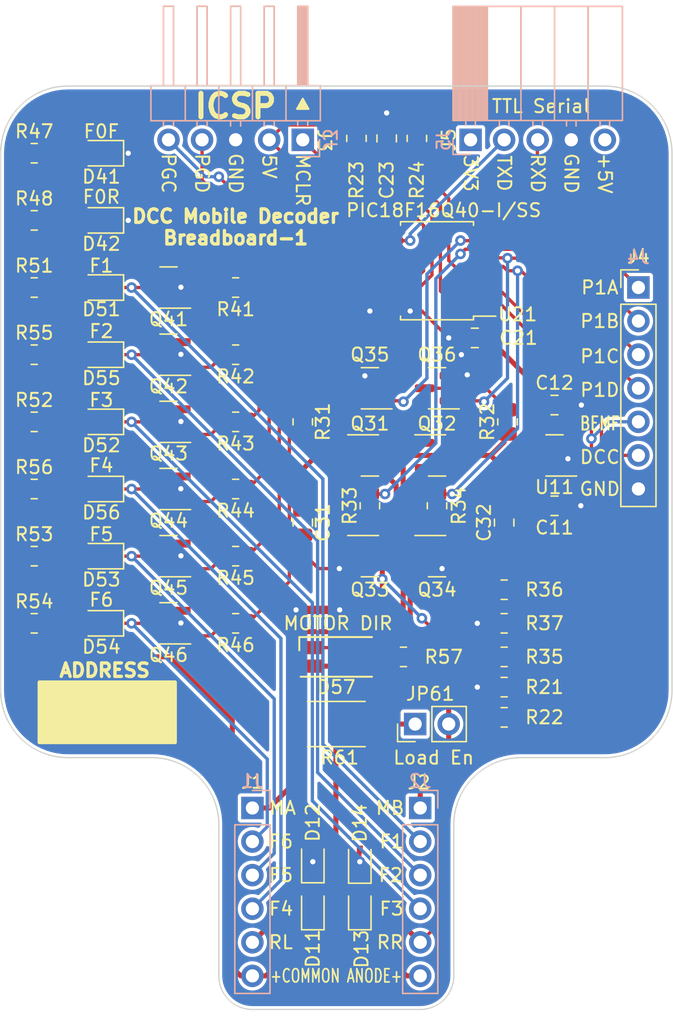
<source format=kicad_pcb>
(kicad_pcb (version 20211014) (generator pcbnew)
  (layers (0 "F.Cu" signal) (31 "B.Cu" signal) (34 "B.Paste" user) (35 "F.Paste" user) (36 "B.SilkS" user "B.Silkscreen") (37 "F.SilkS" user "F.Silkscreen") (38 "B.Mask" user) (39 "F.Mask" user) (44 "Edge.Cuts" user))
  (net 0 "")
  (net 1 "Vdrive")
  (net 2 "+5V")
  (net 3 "MCLR")
  (net 4 "MOT_A")
  (net 5 "MOT_B")
  (net 6 "RAIL_L")
  (net 7 "RAIL_R")
  (net 8 "F1_SP")
  (net 9 "Net-(D41-Pad2)")
  (net 10 "F2_SP")
  (net 11 "Net-(D42-Pad2)")
  (net 12 "F3_SP")
  (net 13 "Net-(D51-Pad2)")
  (net 14 "F4_SP")
  (net 15 "GND")
  (net 16 "Net-(D52-Pad2)")
  (net 17 "F5_SP")
  (net 18 "Net-(D53-Pad2)")
  (net 19 "F6_SP")
  (net 20 "Net-(D54-Pad2)")
  (net 21 "Net-(D55-Pad2)")
  (net 22 "PGD{slash}F5")
  (net 23 "PGC{slash}F6")
  (net 24 "P1A")
  (net 25 "P1B")
  (net 26 "BackEMF")
  (net 27 "F0F")
  (net 28 "F1")
  (net 29 "F2")
  (net 30 "F3")
  (net 31 "F0R")
  (net 32 "F4")
  (net 33 "Net-(D56-Pad2)")
  (net 34 "Net-(D57-Pad1)")
  (net 35 "TXD")
  (net 36 "DCC_IN")
  (net 37 "RXD")
  (net 40 "Net-(C23-Pad2)")
  (net 41 "P1C")
  (net 42 "P1D")
  (net 43 "Net-(Q31-Pad1)")
  (net 44 "Net-(Q32-Pad1)")
  (net 45 "Net-(Q33-Pad1)")
  (net 46 "Net-(Q34-Pad1)")
  (net 47 "Net-(Q41-Pad1)")
  (net 48 "Net-(Q42-Pad1)")
  (net 49 "Net-(Q43-Pad1)")
  (net 50 "Net-(Q44-Pad1)")
  (net 51 "Net-(Q45-Pad1)")
  (net 52 "Net-(Q46-Pad1)")
  (net 54 "Net-(JP61-Pad1)")
  (footprint "Diode_SMD:D_SOD-323" (layer "F.Cu") (at 77.978 109.601 90)
    (fp_text reference "D14")
    (fp_text value "B5819WS")
  )
  (footprint "Resistor_SMD:R_0805_2012Metric" (layer "F.Cu") (at 68.58 66.04 180)
    (fp_text reference "R41")
    (fp_text value "220")
  )
  (footprint "Package_TO_SOT_SMD:SOT-23" (layer "F.Cu") (at 78.74 78.74)
    (fp_text reference "Q31")
    (fp_text value "NCE2309")
  )
  (footprint "Connector_PinHeader_2.54mm:PinHeader_1x07_P2.54mm_Vertical" (layer "F.Cu") (at 99.06 66.035)
    (fp_text reference "J4")
    (fp_text value "Oscilloscope")
  )
  (footprint "Capacitor_SMD:C_0805_2012Metric" (layer "F.Cu") (at 86.68 69.85)
    (fp_text reference "C21")
    (fp_text value "100nF")
  )
  (footprint "Package_TO_SOT_SMD:SOT-23" (layer "F.Cu") (at 63.5 81.28 180)
    (fp_text reference "Q44")
    (fp_text value "2N7002K")
  )
  (footprint "Package_TO_SOT_SMD:SOT-23" (layer "F.Cu") (at 83.82 78.74)
    (fp_text reference "Q32")
    (fp_text value "NCE2309")
  )
  (footprint "Resistor_SMD:R_0805_2012Metric" (layer "F.Cu") (at 82.296 54.7605 -90)
    (fp_text reference "R24")
    (fp_text value "220")
  )
  (footprint "Resistor_SMD:R_0805_2012Metric" (layer "F.Cu") (at 53.34 71.12)
    (fp_text reference "R55")
    (fp_text value "1K3")
  )
  (footprint "Resistor_SMD:R_0805_2012Metric" (layer "F.Cu") (at 78.74 82.55 -90)
    (fp_text reference "R33")
    (fp_text value "220")
  )
  (footprint "Resistor_SMD:R_0805_2012Metric" (layer "F.Cu") (at 88.9 91.44)
    (fp_text reference "R37")
    (fp_text value "1K3")
  )
  (footprint "Resistor_SMD:R_0805_2012Metric" (layer "F.Cu") (at 53.34 55.88)
    (fp_text reference "R47")
    (fp_text value "470")
  )
  (footprint "Connector_PinHeader_2.54mm:PinHeader_1x02_P2.54mm_Vertical" (layer "F.Cu") (at 82.164 99.06 90)
    (fp_text reference "JP61")
    (fp_text value "Load En")
  )
  (footprint "Resistor_SMD:R_0805_2012Metric" (layer "F.Cu") (at 68.58 81.28 180)
    (fp_text reference "R44")
    (fp_text value "220")
  )
  (footprint "LED_SMD:LED_0805_2012Metric" (layer "F.Cu") (at 58.42 66.04 180)
    (fp_text reference "D51")
    (fp_text value "F1")
  )
  (footprint "Capacitor_SMD:C_0805_2012Metric" (layer "F.Cu") (at 92.71 74.93)
    (fp_text reference "C12")
    (fp_text value "10uF")
  )
  (footprint "Resistor_SMD:R_2512_6332Metric" (layer "F.Cu") (at 76.2 99.06)
    (fp_text reference "R61")
    (fp_text value "100")
  )
  (footprint "Package_TO_SOT_SMD:SOT-23" (layer "F.Cu") (at 63.5 66.04 180)
    (fp_text reference "Q41")
    (fp_text value "2N7002K")
  )
  (footprint "Package_TO_SOT_SMD:SOT-23" (layer "F.Cu") (at 92.71 78.74 180)
    (fp_text reference "U11")
    (fp_text value "ME6203A50M3G")
  )
  (footprint "Resistor_SMD:R_0805_2012Metric" (layer "F.Cu") (at 88.9 96.266 180)
    (fp_text reference "R21")
    (fp_text value "1K3")
  )
  (footprint "Resistor_SMD:R_0805_2012Metric" (layer "F.Cu") (at 68.58 71.12 180)
    (fp_text reference "R42")
    (fp_text value "220")
  )
  (footprint "Resistor_SMD:R_0805_2012Metric" (layer "F.Cu") (at 68.58 86.36 180)
    (fp_text reference "R45")
    (fp_text value "220")
  )
  (footprint "Diode_SMD:D_SOD-323" (layer "F.Cu") (at 74.422 109.567 90)
    (fp_text reference "D12")
    (fp_text value "B5819WS")
  )
  (footprint "Resistor_SMD:R_0805_2012Metric" (layer "F.Cu") (at 53.34 91.44)
    (fp_text reference "R54")
    (fp_text value "1K3")
  )
  (footprint "LED_SMD:LED_RGB_1210" (layer "F.Cu") (at 76.2 93.98)
    (fp_text reference "D57")
    (fp_text value "MOTOR DIR")
  )
  (footprint "Capacitor_SMD:C_0805_2012Metric" (layer "F.Cu") (at 80.01 54.7605 -90)
    (fp_text reference "C23")
    (fp_text value "100nF")
  )
  (footprint "Resistor_SMD:R_0805_2012Metric" (layer "F.Cu") (at 53.34 76.2)
    (fp_text reference "R52")
    (fp_text value "1K3")
  )
  (footprint "Diode_SMD:D_SOD-323" (layer "F.Cu") (at 74.422 113.123 90)
    (fp_text reference "D11")
    (fp_text value "B5819WS")
  )
  (footprint "LED_SMD:LED_0805_2012Metric" (layer "F.Cu") (at 58.42 91.44 180)
    (fp_text reference "D54")
    (fp_text value "F6")
  )
  (footprint "Package_TO_SOT_SMD:SOT-23" (layer "F.Cu") (at 83.82 86.36)
    (fp_text reference "Q34")
    (fp_text value "DMN6140L-7")
  )
  (footprint "Resistor_SMD:R_0805_2012Metric" (layer "F.Cu") (at 53.34 86.36)
    (fp_text reference "R53")
    (fp_text value "1K3")
  )
  (footprint "Package_SO:SSOP-20_5.3x7.2mm_P0.65mm" (layer "F.Cu") (at 83.82 64.77 180)
    (fp_text reference "U21")
    (fp_text value "PIC18F16Q40-I/SS")
  )
  (footprint "LED_SMD:LED_0805_2012Metric" (layer "F.Cu") (at 58.42 81.28 180)
    (fp_text reference "D56")
    (fp_text value "F4")
  )
  (footprint "Package_TO_SOT_SMD:SOT-23" (layer "F.Cu") (at 63.5 76.2 180)
    (fp_text reference "Q43")
    (fp_text value "2N7002K")
  )
  (footprint "Resistor_SMD:R_0805_2012Metric" (layer "F.Cu") (at 68.58 76.2 180)
    (fp_text reference "R43")
    (fp_text value "220")
  )
  (footprint "Resistor_SMD:R_0805_2012Metric" (layer "F.Cu") (at 53.34 81.28)
    (fp_text reference "R56")
    (fp_text value "1K3")
  )
  (footprint "Package_TO_SOT_SMD:SOT-23" (layer "F.Cu") (at 78.74 73.66 180)
    (fp_text reference "Q35")
    (fp_text value "DTC143ZCA")
  )
  (footprint "Resistor_SMD:R_0805_2012Metric" (layer "F.Cu") (at 77.724 54.7605 -90)
    (fp_text reference "R23")
    (fp_text value "10K")
  )
  (footprint "LED_SMD:LED_0805_2012Metric" (layer "F.Cu") (at 58.42 71.12 180)
    (fp_text reference "D55")
    (fp_text value "F2")
  )
  (footprint "Capacitor_SMD:C_0805_2012Metric" (layer "F.Cu") (at 92.71 82.55)
    (fp_text reference "C11")
    (fp_text value "10uF")
  )
  (footprint "LED_SMD:LED_0805_2012Metric" (layer "F.Cu") (at 58.42 86.36 180)
    (fp_text reference "D53")
    (fp_text value "F5")
  )
  (footprint "Resistor_SMD:R_0805_2012Metric" (layer "F.Cu") (at 81.28 93.98)
    (fp_text reference "R57")
    (fp_text value "1K3")
  )
  (footprint "Package_TO_SOT_SMD:SOT-23" (layer "F.Cu") (at 63.5 91.44 180)
    (fp_text reference "Q46")
    (fp_text value "2N7002K")
  )
  (footprint "Capacitor_SMD:C_0805_2012Metric" (layer "F.Cu") (at 88.9 83.82 90)
    (fp_text reference "C32")
    (fp_text value "1uF")
  )
  (footprint "LED_SMD:LED_0805_2012Metric" (layer "F.Cu") (at 58.42 55.88 180)
    (fp_text reference "D41")
    (fp_text value "F0F")
  )
  (footprint "Resistor_SMD:R_0805_2012Metric" (layer "F.Cu") (at 53.34 66.04)
    (fp_text reference "R51")
    (fp_text value "1K3")
  )
  (footprint "Resistor_SMD:R_0805_2012Metric" (layer "F.Cu") (at 89.154 76.2 -90)
    (fp_text reference "R32")
    (fp_text value "10K")
  )
  (footprint "Resistor_SMD:R_0805_2012Metric" (layer "F.Cu") (at 88.9 88.9 180)
    (fp_text reference "R36")
    (fp_text value "6K6")
  )
  (footprint "Resistor_SMD:R_0805_2012Metric" (layer "F.Cu") (at 88.9 98.552)
    (fp_text reference "R22")
    (fp_text value "6K6")
  )
  (footprint "Capacitor_SMD:C_0805_2012Metric" (layer "F.Cu") (at 73.66 83.82 90)
    (fp_text reference "C31")
    (fp_text value "100nF")
  )
  (footprint "Package_TO_SOT_SMD:SOT-23" (layer "F.Cu") (at 63.5 86.36 180)
    (fp_text reference "Q45")
    (fp_text value "2N7002K")
  )
  (footprint "Diode_SMD:D_SOD-323" (layer "F.Cu") (at 77.978 113.123 90)
    (fp_text reference "D13")
    (fp_text value "B5819WS")
  )
  (footprint "Resistor_SMD:R_0805_2012Metric" (layer "F.Cu") (at 83.82 82.55 90)
    (fp_text reference "R34")
    (fp_text value "220")
  )
  (footprint "LED_SMD:LED_0805_2012Metric" (layer "F.Cu") (at 58.42 60.96 180)
    (fp_text reference "D42")
    (fp_text value "F0R")
  )
  (footprint "Package_TO_SOT_SMD:SOT-23" (layer "F.Cu") (at 78.74 86.36)
    (fp_text reference "Q33")
    (fp_text value "DMN6140L-7")
  )
  (footprint "Resistor_SMD:R_0805_2012Metric" (layer "F.Cu") (at 53.34 60.96)
    (fp_text reference "R48")
    (fp_text value "470")
  )
  (footprint "Resistor_SMD:R_0805_2012Metric" (layer "F.Cu") (at 88.9 93.98 180)
    (fp_text reference "R35")
    (fp_text value "6K6")
  )
  (footprint "Resistor_SMD:R_0805_2012Metric" (layer "F.Cu") (at 68.58 91.44 180)
    (fp_text reference "R46")
    (fp_text value "220")
  )
  (footprint "Resistor_SMD:R_0805_2012Metric" (layer "F.Cu") (at 73.66 76.2 -90)
    (fp_text reference "R31")
    (fp_text value "10K")
  )
  (footprint "Package_TO_SOT_SMD:SOT-23" (layer "F.Cu") (at 63.5 71.12 180)
    (fp_text reference "Q42")
    (fp_text value "2N7002K")
  )
  (footprint "LED_SMD:LED_0805_2012Metric" (layer "F.Cu") (at 58.42 76.2 180)
    (fp_text reference "D52")
    (fp_text value "F3")
  )
  (footprint "Package_TO_SOT_SMD:SOT-23" (layer "F.Cu") (at 83.82 73.66 180)
    (fp_text reference "Q36")
    (fp_text value "DTC143ZCA")
  )
  (footprint "Connector_PinHeader_2.54mm:PinHeader_1x05_P2.54mm_Horizontal" (layer "B.Cu") (at 73.66 54.864 90)
    (fp_text reference "J3")
    (fp_text value "ICSP")
  )
  (footprint "Connector_PinSocket_2.54mm:PinSocket_1x05_P2.54mm_Horizontal" (layer "B.Cu") (at 86.36 54.864 -90)
    (fp_text reference "J5")
    (fp_text value "TTL Serial")
  )
  (footprint "Connector_PinHeader_2.54mm:PinHeader_1x06_P2.54mm_Vertical" (layer "B.Cu") (at 69.85 105.41 180)
    (fp_text reference "J1")
    (fp_text value "Left")
  )
  (footprint "Connector_PinHeader_2.54mm:PinHeader_1x06_P2.54mm_Vertical" (layer "B.Cu") (at 82.55 105.41 180)
    (fp_text reference "J2")
    (fp_text value "Right")
  )
  (gr_line (start 96.52 101.6) (end 90.17 101.6) (layer "Edge.Cuts") (width 0.1))
  (gr_arc (start 55.88 101.6) (mid 52.287898 100.112102) (end 50.8 96.52) (layer "Edge.Cuts") (width 0.1))
  (gr_arc (start 85.09 118.11) (mid 84.346051 119.906051) (end 82.55 120.65) (layer "Edge.Cuts") (width 0.1))
  (gr_arc (start 96.52 50.8) (mid 100.112102 52.287898) (end 101.6 55.88) (layer "Edge.Cuts") (width 0.1))
  (gr_arc (start 62.23 101.6) (mid 65.822102 103.087898) (end 67.31 106.68) (layer "Edge.Cuts") (width 0.1))
  (gr_arc (start 85.09 106.68) (mid 86.577898 103.087898) (end 90.17 101.6) (layer "Edge.Cuts") (width 0.1))
  (gr_line (start 55.88 50.8) (end 96.52 50.8) (layer "Edge.Cuts") (width 0.1))
  (gr_line (start 69.85 120.65) (end 82.55 120.65) (layer "Edge.Cuts") (width 0.1))
  (gr_line (start 85.09 118.11) (end 85.09 106.68) (layer "Edge.Cuts") (width 0.1))
  (gr_arc (start 69.85 120.65) (mid 68.053949 119.906051) (end 67.31 118.11) (layer "Edge.Cuts") (width 0.1))
  (gr_arc (start 101.6 96.52) (mid 100.112102 100.112102) (end 96.52 101.6) (layer "Edge.Cuts") (width 0.1))
  (gr_arc (start 50.8 55.88) (mid 52.287898 52.287898) (end 55.88 50.8) (layer "Edge.Cuts") (width 0.1))
  (gr_line (start 101.6 96.52) (end 101.6 55.88) (layer "Edge.Cuts") (width 0.1))
  (gr_line (start 62.23 101.6) (end 55.88 101.6) (layer "Edge.Cuts") (width 0.1))
  (gr_line (start 50.8 96.52) (end 50.8 55.88) (layer "Edge.Cuts") (width 0.1))
  (gr_line (start 67.31 106.68) (end 67.31 118.11) (layer "Edge.Cuts") (width 0.1))
  (gr_text "F3" (at 80.382 113.03) (layer "F.SilkS") (effects (font (size 1 1))))
  (gr_text "PGC" (at 63.5 57.404 270) (layer "F.SilkS") (effects (font (size 1 1))))
  (gr_text "GND" (at 68.58 57.404 270) (layer "F.SilkS") (effects (font (size 1 1))))
  (gr_text "+5V" (at 96.52 57.404 270) (layer "F.SilkS") (effects (font (size 1 1))))
  (gr_text "▲" (at 73.66 52.07) (layer "F.SilkS") (effects (font (size 1 1))))
  (gr_text "P1D" (at 96.139 73.787) (layer "F.SilkS") (effects (font (size 1 1))))
  (gr_text "F2" (at 80.3148 110.49) (layer "F.SilkS") (effects (font (size 1 1))))
  (gr_text "TXD" (at 88.9 57.404 270) (layer "F.SilkS") (effects (font (size 1 1))))
  (gr_text "F6" (at 72.018 107.95) (layer "F.SilkS") (effects (font (size 1 1))))
  (gr_text "3V3" (at 86.36 57.404 270) (layer "F.SilkS") (effects (font (size 1 1))))
  (gr_text "BEMF" (at 96.139 76.327) (layer "F.SilkS") (effects (font (size 1 0.762))))
  (gr_text "F1" (at 80.382 107.95) (layer "F.SilkS") (effects (font (size 1 1))))
  (gr_text "DCC Mobile Decoder\nBreadboard-1" (at 68.58 61.468) (layer "F.SilkS") (effects (font (size 1.016 1.016) (thickness 0.254))))
  (gr_text "+COMMON ANODE+" (at 76.2 118.11) (layer "F.SilkS") (effects (font (size 1 0.6858) (thickness 0.127))))
  (gr_text "DCC" (at 96.139 78.867) (layer "F.SilkS") (effects (font (size 1 1))))
  (gr_text "P1C" (at 96.139 71.247) (layer "F.SilkS") (effects (font (size 1 1))))
  (gr_text "RL" (at 72 115.57) (layer "F.SilkS") (effects (font (size 1 1))))
  (gr_text "MCLR" (at 73.66 57.912 270) (layer "F.SilkS") (effects (font (size 1 1))))
  (gr_text "MB" (at 80.264 105.41) (layer "F.SilkS") (effects (font (size 1 1))))
  (gr_text "ADDRESS" (at 58.674 94.996) (layer "F.SilkS") (effects (font (size 1.016 1.016) (thickness 0.254))))
  (gr_text "5V" (at 71.12 56.896 270) (layer "F.SilkS") (effects (font (size 1 1))))
  (gr_text "P1A" (at 96.139 66.04) (layer "F.SilkS") (effects (font (size 1 1))))
  (gr_text "P1B" (at 96.139 68.58) (layer "F.SilkS") (effects (font (size 1 1))))
  (gr_text "GND" (at 96.139 81.28) (layer "F.SilkS") (effects (font (size 1 1))))
  (gr_text "MA" (at 72.136 105.41) (layer "F.SilkS") (effects (font (size 1 1))))
  (gr_text "RXD" (at 91.44 57.404 270) (layer "F.SilkS") (effects (font (size 1 1))))
  (gr_text "F4" (at 72.018 113.03) (layer "F.SilkS") (effects (font (size 1 1))))
  (gr_text "RR" (at 80.264 115.57) (layer "F.SilkS") (effects (font (size 1 1))))
  (gr_text "GND" (at 93.98 57.404 270) (layer "F.SilkS") (effects (font (size 1 1))))
  (gr_text "PGD" (at 66.04 57.404 270) (layer "F.SilkS") (effects (font (size 1 1))))
  (gr_text "F5" (at 72.018 110.49) (layer "F.SilkS") (effects (font (size 1 1))))
  (segment (start 91.76 78.7525) (end 91.7725 78.74) (width 0.381) (layer "F.Cu") (net 1))
  (segment (start 54.9675 93.98) (end 63.5 93.98) (width 0.381) (layer "F.Cu") (net 1))
  (segment (start 68.326 117.475) (end 68.961 118.11) (width 0.381) (layer "F.Cu") (net 1))
  (segment (start 69.85 118.11) (end 70.866 118.11) (width 0.381) (layer "F.Cu") (net 1))
  (segment (start 76.166 98.713) (end 78.359 96.52) (width 0.381) (layer "F.Cu") (net 1))
  (segment (start 52.4275 86.36) (end 52.4275 81.28) (width 0.381) (layer "F.Cu") (net 1))
  (segment (start 78.359 96.52) (end 80.01 96.52) (width 0.381) (layer "F.Cu") (net 1))
  (segment (start 68.326 98.806) (end 68.326 117.475) (width 0.381) (layer "F.Cu") (net 1))
  (segment (start 76.166 114.173) (end 77.978 114.173) (width 0.381) (layer "F.Cu") (net 1))
  (segment (start 73.66 79.79) (end 74.71 78.74) (width 0.381) (layer "F.Cu") (net 1))
  (segment (start 91.76 82.55) (end 91.694 82.55) (width 0.25) (layer "F.Cu") (net 1))
  (segment (start 74.422 114.554) (end 74.422 114.173) (width 0.381) (layer "F.Cu") (net 1))
  (segment (start 52.4275 91.44) (end 52.4275 86.36) (width 0.381) (layer "F.Cu") (net 1))
  (segment (start 74.71 78.74) (end 73.66 77.69) (width 0.381) (layer "F.Cu") (net 1))
  (segment (start 73.66 82.87) (end 73.66 79.79) (width 0.381) (layer "F.Cu") (net 1))
  (segment (start 82.55 118.11) (end 81.534 118.11) (width 0.381) (layer "F.Cu") (net 1))
  (segment (start 52.4275 81.28) (end 52.4275 78.7889) (width 0.381) (layer "F.Cu") (net 1))
  (segment (start 80.01 96.52) (end 81.257489 95.272511) (width 0.381) (layer "F.Cu") (net 1))
  (segment (start 52.4275 76.2) (end 52.4275 71.12) (width 0.381) (layer "F.Cu") (net 1))
  (segment (start 81.534 118.11) (end 77.978 114.554) (width 0.381) (layer "F.Cu") (net 1))
  (segment (start 76.166 114.173) (end 76.166 98.713) (width 0.381) (layer "F.Cu") (net 1))
  (segment (start 84.7575 78.74) (end 87.884 78.74) (width 0.381) (layer "F.Cu") (net 1))
  (segment (start 52.4275 91.44) (end 54.9675 93.98) (width 0.381) (layer "F.Cu") (net 1))
  (segment (start 52.4275 78.7889) (end 52.4275 76.2) (width 0.381) (layer "F.Cu") (net 1))
  (segment (start 81.257489 95.272511) (end 81.257489 78.889511) (width 0.381) (layer "F.Cu") (net 1))
  (segment (start 77.978 114.554) (end 77.978 114.173) (width 0.381) (layer "F.Cu") (net 1))
  (segment (start 73.66 77.69) (end 73.66 77.1125) (width 0.381) (layer "F.Cu") (net 1))
  (segment (start 70.866 118.11) (end 74.422 114.554) (width 0.381) (layer "F.Cu") (net 1))
  (segment (start 63.5 93.98) (end 68.326 98.806) (width 0.381) (layer "F.Cu") (net 1))
  (segment (start 88.9 77.724) (end 87.884 78.74) (width 0.381) (layer "F.Cu") (net 1))
  (segment (start 74.422 114.173) (end 76.166 114.173) (width 0.381) (layer "F.Cu") (net 1))
  (segment (start 91.694 82.55) (end 88.9 79.756) (width 0.381) (layer "F.Cu") (net 1))
  (segment (start 89.154 77.1125) (end 88.9 77.3665) (width 0.381) (layer "F.Cu") (net 1))
  (segment (start 68.961 118.11) (end 69.85 118.11) (width 0.381) (layer "F.Cu") (net 1))
  (segment (start 79.6775 78.74) (end 81.407 78.74) (width 0.381) (layer "F.Cu") (net 1))
  (segment (start 79.6775 78.74) (end 74.71 78.74) (width 0.381) (layer "F.Cu") (net 1))
  (segment (start 81.407 78.74) (end 84.7575 78.74) (width 0.381) (layer "F.Cu") (net 1))
  (segment (start 88.9 82.87) (end 88.9 79.756) (width 0.381) (layer "F.Cu") (net 1))
  (segment (start 88.9 79.756) (end 87.884 78.74) (width 0.381) (layer "F.Cu") (net 1))
  (segment (start 52.4275 71.12) (end 52.4275 66.04) (width 0.381) (layer "F.Cu") (net 1))
  (segment (start 91.76 82.55) (end 91.76 78.7525) (width 0.381) (layer "F.Cu") (net 1))
  (segment (start 88.9 77.3665) (end 88.9 77.724) (width 0.381) (layer "F.Cu") (net 1))
  (segment (start 93.538 77.79) (end 91.76 76.012) (width 0.381) (layer "F.Cu") (net 2))
  (segment (start 87.696 69.85) (end 91.76 73.914) (width 0.381) (layer "F.Cu") (net 2))
  (segment (start 71.12 54.864) (end 72.244511 53.739489) (width 0.25) (layer "F.Cu") (net 2))
  (segment (start 91.76 76.012) (end 91.76 74.93) (width 0.381) (layer "F.Cu") (net 2))
  (segment (start 73.914 57.658) (end 81.896489 57.658) (width 0.25) (layer "F.Cu") (net 2))
  (segment (start 81.896489 57.658) (end 84.074 59.835511) (width 0.25) (layer "F.Cu") (net 2))
  (segment (start 87.63 69.85) (end 87.63 67.705) (width 0.381) (layer "F.Cu") (net 2))
  (segment (start 93.6475 77.79) (end 93.538 77.79) (width 0.381) (layer "F.Cu") (net 2))
  (segment (start 84.074 66.294) (end 87.63 69.85) (width 0.25) (layer "F.Cu") (net 2))
  (segment (start 71.12 54.864) (end 73.914 57.658) (width 0.25) (layer "F.Cu") (net 2))
  (segment (start 87.63 69.85) (end 87.696 69.85) (width 0.381) (layer "F.Cu") (net 2))
  (segment (start 91.76 73.914) (end 91.76 74.93) (width 0.381) (layer "F.Cu") (net 2))
  (segment (start 77.615489 53.739489) (end 77.724 53.848) (width 0.25) (layer "F.Cu") (net 2))
  (segment (start 72.244511 53.739489) (end 77.615489 53.739489) (width 0.25) (layer "F.Cu") (net 2))
  (segment (start 84.074 59.835511) (end 84.074 66.294) (width 0.25) (layer "F.Cu") (net 2))
  (segment (start 82.296 56.896) (end 75.692 56.896) (width 0.25) (layer "F.Cu") (net 3))
  (segment (start 84.709 59.309) (end 82.296 56.896) (width 0.25) (layer "F.Cu") (net 3))
  (segment (start 82.296 55.673) (end 82.296 56.896) (width 0.25) (layer "F.Cu") (net 3))
  (segment (start 86.454994 65.745) (end 84.709 63.999006) (width 0.25) (layer "F.Cu") (net 3))
  (segment (start 75.692 56.896) (end 73.66 54.864) (width 0.25) (layer "F.Cu") (net 3))
  (segment (start 84.709 63.999006) (end 84.709 59.309) (width 0.25) (layer "F.Cu") (net 3))
  (segment (start 87.32 65.745) (end 86.454994 65.745) (width 0.25) (layer "F.Cu") (net 3))
  (segment (start 69.85 105.41) (end 71.12 105.41) (width 0.381) (layer "F.Cu") (net 4))
  (segment (start 79.6775 86.36) (end 79.6775 88.0895) (width 0.381) (layer "F.Cu") (net 4))
  (segment (start 80.726979 85.770021) (end 80.726979 80.980979) (width 0.381) (layer "F.Cu") (net 4))
  (segment (start 73.66 92.075) (end 73.2375 92.4975) (width 0.381) (layer "F.Cu") (net 4))
  (segment (start 80.137 86.36) (end 80.726979 85.770021) (width 0.381) (layer "F.Cu") (net 4))
  (segment (start 79.6775 86.36) (end 80.137 86.36) (width 0.381) (layer "F.Cu") (net 4))
  (segment (start 73.2375 99.06) (end 73.2375 94.6565) (width 0.381) (layer "F.Cu") (net 4))
  (segment (start 79.6775 88.0895) (end 79.6775 89.3595) (width 0.381) (layer "F.Cu") (net 4))
  (segment (start 79.436 79.69) (end 77.8025 79.69) (width 0.381) (layer "F.Cu") (net 4))
  (segment (start 80.726979 80.980979) (end 79.436 79.69) (width 0.381) (layer "F.Cu") (net 4))
  (segment (start 74.45 94.68) (end 73.261 94.68) (width 0.381) (layer "F.Cu") (net 4))
  (segment (start 87.9875 93.98) (end 85.598 93.98) (width 0.25) (layer "F.Cu") (net 4))
  (segment (start 73.2375 103.2925) (end 73.2375 99.06) (width 0.381) (layer "F.Cu") (net 4))
  (segment (start 85.598 93.98) (end 82.677 91.059) (width 0.25) (layer "F.Cu") (net 4))
  (segment (start 79.6775 89.3595) (end 76.962 92.075) (width 0.381) (layer "F.Cu") (net 4))
  (segment (start 73.2375 92.4975) (end 73.2375 94.6565) (width 0.381) (layer "F.Cu") (net 4))
  (segment (start 77.95 94.68) (end 74.45 94.68) (width 0.381) (layer "F.Cu") (net 4))
  (segment (start 71.12 105.41) (end 73.2375 103.2925) (width 0.381) (layer "F.Cu") (net 4))
  (segment (start 73.261 94.68) (end 73.2375 94.6565) (width 0.381) (layer "F.Cu") (net 4))
  (segment (start 76.962 92.075) (end 73.66 92.075) (width 0.381) (layer "F.Cu") (net 4))
  (via (at 82.677 91.059) (size 0.8) (drill 0.4) (layers "F.Cu" "B.Cu") (net 4))
  (via (at 79.6775 88.0895) (size 0.8) (drill 0.4) (layers "F.Cu" "B.Cu") (net 4))
  (segment (start 79.7075 88.0895) (end 79.6775 88.0895) (width 0.25) (layer "B.Cu") (net 4))
  (segment (start 82.677 91.059) (end 79.7075 88.0895) (width 0.25) (layer "B.Cu") (net 4))
  (segment (start 84.704 97.785) (end 84.704 99.06) (width 0.381) (layer "F.Cu") (net 5))
  (segment (start 81.788 80.7845) (end 81.788 86.36) (width 0.381) (layer "F.Cu") (net 5))
  (segment (start 82.55 105.41) (end 82.55 103.759) (width 0.381) (layer "F.Cu") (net 5))
  (segment (start 87.9875 88.9) (end 81.787999 88.900001) (width 0.25) (layer "F.Cu") (net 5))
  (segment (start 81.788 86.36) (end 81.787999 88.900001) (width 0.381) (layer "F.Cu") (net 5))
  (segment (start 82.1925 95.2735) (end 84.704 97.785) (width 0.381) (layer "F.Cu") (net 5))
  (segment (start 82.8825 79.69) (end 81.788 80.7845) (width 0.381) (layer "F.Cu") (net 5))
  (segment (start 82.55 103.759) (end 84.704 101.605) (width 0.381) (layer "F.Cu") (net 5))
  (segment (start 82.1925 92.4795) (end 81.787999 92.074999) (width 0.381) (layer "F.Cu") (net 5))
  (segment (start 82.1925 93.98) (end 82.1925 95.2735) (width 0.381) (layer "F.Cu") (net 5))
  (segment (start 84.704 101.605) (end 84.704 99.06) (width 0.381) (layer "F.Cu") (net 5))
  (segment (start 82.1925 93.98) (end 82.1925 92.4795) (width 0.381) (layer "F.Cu") (net 5))
  (segment (start 81.787999 92.074999) (end 81.787999 88.900001) (width 0.381) (layer "F.Cu") (net 5))
  (segment (start 81.788 86.36) (end 84.7575 86.36) (width 0.381) (layer "F.Cu") (net 5))
  (segment (start 74.422 112.073) (end 74.422 110.617) (width 0.381) (layer "F.Cu") (net 6))
  (segment (start 73.347 112.073) (end 74.422 112.073) (width 0.381) (layer "F.Cu") (net 6))
  (segment (start 69.85 115.57) (end 73.347 112.073) (width 0.381) (layer "F.Cu") (net 6))
  (segment (start 79.053 112.073) (end 77.978 112.073) (width 0.381) (layer "F.Cu") (net 7))
  (segment (start 82.55 115.57) (end 79.053 112.073) (width 0.381) (layer "F.Cu") (net 7))
  (segment (start 84.074 104.14) (end 87.884 100.33) (width 0.25) (layer "F.Cu") (net 7))
  (segment (start 87.884 100.33) (end 87.884 98.6555) (width 0.25) (layer "F.Cu") (net 7))
  (segment (start 84.074 114.046) (end 84.074 104.14) (width 0.25) (layer "F.Cu") (net 7))
  (segment (start 87.884 98.6555) (end 87.9875 98.552) (width 0.25) (layer "F.Cu") (net 7))
  (segment (start 77.978 112.073) (end 77.978 110.617) (width 0.381) (layer "F.Cu") (net 7))
  (segment (start 82.55 115.57) (end 84.074 114.046) (width 0.25) (layer "F.Cu") (net 7))
  (segment (start 62.5625 66.04) (end 59.3575 66.04) (width 0.25) (layer "F.Cu") (net 8))
  (via (at 60.706 66.04) (size 0.8) (drill 0.4) (layers "F.Cu" "B.Cu") (net 8))
  (segment (start 75.184 80.518) (end 60.706 66.04) (width 0.25) (layer "B.Cu") (net 8))
  (segment (start 82.55 107.95) (end 75.184 100.584) (width 0.25) (layer "B.Cu") (net 8))
  (segment (start 75.184 100.584) (end 75.184 80.518) (width 0.25) (layer "B.Cu") (net 8))
  (segment (start 54.2525 55.88) (end 57.4825 55.88) (width 0.25) (layer "F.Cu") (net 9))
  (segment (start 62.5625 71.12) (end 59.3575 71.12) (width 0.25) (layer "F.Cu") (net 10))
  (via (at 60.706 71.12) (size 0.8) (drill 0.4) (layers "F.Cu" "B.Cu") (net 10))
  (segment (start 82.55 110.49) (end 74.784489 102.724489) (width 0.25) (layer "B.Cu") (net 10))
  (segment (start 74.784489 102.724489) (end 74.784489 85.198489) (width 0.25) (layer "B.Cu") (net 10))
  (segment (start 74.784489 85.198489) (end 60.706 71.12) (width 0.25) (layer "B.Cu") (net 10))
  (segment (start 54.2525 60.96) (end 57.4825 60.96) (width 0.25) (layer "F.Cu") (net 11))
  (segment (start 62.5625 76.2) (end 59.3575 76.2) (width 0.25) (layer "F.Cu") (net 12))
  (via (at 60.706 76.2) (size 0.8) (drill 0.4) (layers "F.Cu" "B.Cu") (net 12))
  (segment (start 74.384978 89.878978) (end 60.706 76.2) (width 0.25) (layer "B.Cu") (net 12))
  (segment (start 82.55 113.03) (end 74.384978 104.864978) (width 0.25) (layer "B.Cu") (net 12))
  (segment (start 74.384978 104.864978) (end 74.384978 89.878978) (width 0.25) (layer "B.Cu") (net 12))
  (segment (start 54.2525 66.04) (end 57.4825 66.04) (width 0.25) (layer "F.Cu") (net 13))
  (segment (start 60.706 81.28) (end 59.3575 81.28) (width 0.25) (layer "F.Cu") (net 14))
  (segment (start 62.5625 81.28) (end 60.706 81.28) (width 0.25) (layer "F.Cu") (net 14))
  (via (at 60.706 81.28) (size 0.8) (drill 0.4) (layers "F.Cu" "B.Cu") (net 14))
  (segment (start 72.009 110.871) (end 72.009 92.583) (width 0.25) (layer "B.Cu") (net 14))
  (segment (start 69.85 113.03) (end 72.009 110.871) (width 0.25) (layer "B.Cu") (net 14))
  (segment (start 72.009 92.583) (end 60.706 81.28) (width 0.25) (layer "B.Cu") (net 14))
  (segment (start 82.8825 87.31) (end 84.1908 87.31) (width 0.25) (layer "F.Cu") (net 15))
  (segment (start 78.3692 72.71) (end 78.359 72.7202) (width 0.25) (layer "F.Cu") (net 15))
  (segment (start 64.4398 90.4923) (end 64.4375 90.49) (width 0.25) (layer "F.Cu") (net 15))
  (segment (start 77.978 109.474) (end 77.978 108.551) (width 0.25) (layer "F.Cu") (net 15))
  (segment (start 87.9875 91.44) (end 86.868 91.44) (width 0.25) (layer "F.Cu") (net 15))
  (segment (start 64.4375 65.09) (end 64.4375 66.0123) (width 0.25) (layer "F.Cu") (net 15))
  (segment (start 81.665 67.695) (end 81.788 67.818) (width 0.25) (layer "F.Cu") (net 15))
  (segment (start 64.4398 71.0946) (end 64.4398 70.1723) (width 0.25) (layer "F.Cu") (net 15))
  (segment (start 64.4375 66.0123) (end 64.4398 66.0146) (width 0.25) (layer "F.Cu") (net 15))
  (segment (start 93.66 74.93) (end 94.742 74.93) (width 0.25) (layer "F.Cu") (net 15))
  (segment (start 64.4398 91.4146) (end 64.4398 90.4923) (width 0.25) (layer "F.Cu") (net 15))
  (segment (start 64.4398 70.1723) (end 64.4375 70.17) (width 0.25) (layer "F.Cu") (net 15))
  (segment (start 86.04 72.71) (end 86.106 72.644) (width 0.25) (layer "F.Cu") (net 15))
  (segment (start 73.66 84.77) (end 73.66 86.106) (width 0.25) (layer "F.Cu") (net 15))
  (segment (start 64.4375 80.33) (end 64.4375 81.2569) (width 0.25) (layer "F.Cu") (net 15))
  (segment (start 88.9 84.77) (end 86.3702 87.2998) (width 0.25) (layer "F.Cu") (net 15))
  (segment (start 80.01 53.8105) (end 80.01 52.832) (width 0.25) (layer "F.Cu") (net 15))
  (segment (start 64.4375 81.2569) (end 64.432756 81.261644) (width 0.25) (layer "F.Cu") (net 15))
  (segment (start 59.3575 60.96) (end 60.452 60.96) (width 0.25) (layer "F.Cu") (net 15))
  (segment (start 73.152 90.424) (end 76.454 90.424) (width 0.635) (layer "F.Cu") (net 15))
  (segment (start 78.863 67.695) (end 78.74 67.818) (width 0.25) (layer "F.Cu") (net 15))
  (segment (start 85.664 71.12) (end 85.664 69.916) (width 0.25) (layer "F.Cu") (net 15))
  (segment (start 64.4398 76.1746) (end 64.4398 75.2523) (width 0.25) (layer "F.Cu") (net 15))
  (segment (start 74.422 108.517) (end 74.422 109.474) (width 0.25) (layer "F.Cu") (net 15))
  (segment (start 64.4398 75.2523) (end 64.4375 75.25) (width 0.25) (layer "F.Cu") (net 15))
  (segment (start 64.4398 86.3346) (end 64.4398 85.4123) (width 0.25) (layer "F.Cu") (net 15))
  (segment (start 93.726 79.6115) (end 93.726 78.994) (width 0.25) (layer "F.Cu") (net 15))
  (segment (start 93.66 82.55) (end 94.69722 82.55) (width 0.25) (layer "F.Cu") (net 15))
  (segment (start 82.677 67.818) (end 84.709 69.85) (width 0.25) (layer "F.Cu") (net 15))
  (segment (start 80.32 67.695) (end 78.863 67.695) (width 0.25) (layer "F.Cu") (net 15))
  (segment (start 84.1908 87.31) (end 84.201 87.2998) (width 0.25) (layer "F.Cu") (net 15))
  (segment (start 74.8538 87.2998) (end 76.4286 87.2998) (width 0.25) (layer "F.Cu") (net 15))
  (segment (start 84.7575 72.71) (end 86.04 72.71) (width 0.25) (layer "F.Cu") (net 15))
  (segment (start 93.6475 79.69) (end 93.726 79.6115) (width 0.25) (layer "F.Cu") (net 15))
  (segment (start 87.9875 96.266) (end 86.868 96.266) (width 0.25) (layer "F.Cu") (net 15))
  (segment (start 73.66 86.106) (end 74.8538 87.2998) (width 0.25) (layer "F.Cu") (net 15))
  (segment (start 85.73 69.85) (end 84.709 69.85) (width 0.25) (layer "F.Cu") (net 15))
  (segment (start 76.4388 87.31) (end 76.4286 87.2998) (width 0.25) (layer "F.Cu") (net 15))
  (segment (start 64.4398 85.4123) (end 64.4375 85.41) (width 0.25) (layer "F.Cu") (net 15))
  (segment (start 80.32 67.695) (end 81.665 67.695) (width 0.25) (layer "F.Cu") (net 15))
  (segment (start 81.788 67.818) (end 82.677 67.818) (width 0.25) (layer "F.Cu") (net 15))
  (segment (start 94.69722 82.55) (end 94.7025 82.54472) (width 0.25) (layer "F.Cu") (net 15))
  (segment (start 79.6775 72.71) (end 78.3692 72.71) (width 0.25) (layer "F.Cu") (net 15))
  (segment (start 86.3702 87.2998) (end 84.201 87.2998) (width 0.25) (layer "F.Cu") (net 15))
  (segment (start 77.8025 87.31) (end 76.4388 87.31) (width 0.25) (layer "F.Cu") (net 15))
  (segment (start 59.3575 55.88) (end 60.452 55.88) (width 0.25) (layer "F.Cu") (net 15))
  (via (at 74.422 109.474) (size 0.8) (drill 0.4) (layers "F.Cu" "B.Cu") (net 15))
  (via (at 94.7025 82.54472) (size 0.8) (drill 0.4) (layers "F.Cu" "B.Cu") (net 15))
  (via (at 64.4398 66.0146) (size 0.8) (drill 0.4) (layers "F.Cu" "B.Cu") (net 15))
  (via (at 84.709 69.85) (size 0.8) (drill 0.4) (layers "F.Cu" "B.Cu") (net 15))
  (via (at 86.106 72.644) (size 0.8) (drill 0.4) (layers "F.Cu" "B.Cu") (net 15))
  (via (at 80.01 52.832) (size 0.8) (drill 0.4) (layers "F.Cu" "B.Cu") (net 15))
  (via (at 73.152 90.424) (size 0.8) (drill 0.4) (layers "F.Cu" "B.Cu") (net 15))
  (via (at 76.4286 87.2998) (size 0.8) (drill 0.4) (layers "F.Cu" "B.Cu") (net 15))
  (via (at 64.4398 71.0946) (size 0.8) (drill 0.4) (layers "F.Cu" "B.Cu") (net 15))
  (via (at 64.432756 81.261644) (size 0.8) (drill 0.4) (layers "F.Cu" "B.Cu") (net 15))
  (via (at 86.868 96.266) (size 0.8) (drill 0.4) (layers "F.Cu" "B.Cu") (net 15))
  (via (at 81.788 67.818) (size 0.8) (drill 0.4) (layers "F.Cu" "B.Cu") (net 15))
  (via (at 77.978 109.474) (size 0.8) (drill 0.4) (layers "F.Cu" "B.Cu") (net 15))
  (via (at 64.4398 76.1746) (size 0.8) (drill 0.4) (layers "F.Cu" "B.Cu") (net 15))
  (via (at 78.359 72.7202) (size 0.8) (drill 0.4) (layers "F.Cu" "B.Cu") (net 15))
  (via (at 85.664 71.12) (size 0.8) (drill 0.4) (layers "F.Cu" "B.Cu") (net 15))
  (via (at 64.4398 86.3346) (size 0.8) (drill 0.4) (layers "F.Cu" "B.Cu") (net 15))
  (via (at 94.742 74.93) (size 0.8) (drill 0.4) (layers "F.Cu" "B.Cu") (net 15))
  (via (at 86.868 91.44) (size 0.8) (drill 0.4) (layers "F.Cu" "B.Cu") (net 15))
  (via (at 78.74 67.818) (size 0.8) (drill 0.4) (layers "F.Cu" "B.Cu") (net 15))
  (via (at 60.452 55.88) (size 0.8) (drill 0.4) (layers "F.Cu" "B.Cu") (net 15))
  (via (at 84.201 87.2998) (size 0.8) (drill 0.4) (layers "F.Cu" "B.Cu") (net 15))
  (via (at 60.452 60.96) (size 0.8) (drill 0.4) (layers "F.Cu" "B.Cu") (net 15))
  (via (at 93.726 78.994) (size 0.8) (drill 0.4) (layers "F.Cu" "B.Cu") (net 15))
  (via (at 76.454 90.424) (size 0.8) (drill 0.4) (layers "F.Cu" "B.Cu") (net 15))
  (via (at 64.4398 91.4146) (size 0.8) (drill 0.4) (layers "F.Cu" "B.Cu") (net 15))
  (segment (start 54.2525 76.2) (end 57.4825 76.2) (width 0.25) (layer "F.Cu") (net 16))
  (segment (start 62.5625 86.36) (end 59.3575 86.36) (width 0.25) (layer "F.Cu") (net 17))
  (via (at 60.706 86.36) (size 0.8) (drill 0.4) (layers "F.Cu" "B.Cu") (net 17))
  (segment (start 69.85 110.49) (end 71.501 108.839) (width 0.25) (layer "B.Cu") (net 17))
  (segment (start 71.501 108.839) (end 71.501 97.155) (width 0.25) (layer "B.Cu") (net 17))
  (segment (start 71.501 97.155) (end 60.706 86.36) (width 0.25) (layer "B.Cu") (net 17))
  (segment (start 57.4825 86.36) (end 54.2525 86.36) (width 0.25) (layer "F.Cu") (net 18))
  (segment (start 59.3575 91.44) (end 62.5625 91.44) (width 0.25) (layer "F.Cu") (net 19))
  (via (at 60.706 91.44) (size 0.8) (drill 0.4) (layers "F.Cu" "B.Cu") (net 19))
  (segment (start 70.974511 106.825489) (end 70.974511 101.708511) (width 0.25) (layer "B.Cu") (net 19))
  (segment (start 69.85 107.95) (end 70.974511 106.825489) (width 0.25) (layer "B.Cu") (net 19))
  (segment (start 70.974511 101.708511) (end 60.706 91.44) (width 0.25) (layer "B.Cu") (net 19))
  (segment (start 57.4825 91.44) (end 54.2525 91.44) (width 0.25) (layer "F.Cu") (net 20))
  (segment (start 54.2525 71.12) (end 57.4825 71.12) (width 0.25) (layer "F.Cu") (net 21))
  (segment (start 71.882 71.12) (end 75.337 67.665) (width 0.25) (layer "F.Cu") (net 22))
  (segment (start 80.32 66.395) (end 76.607 66.395) (width 0.25) (layer "F.Cu") (net 22))
  (segment (start 69.4925 86.36) (end 71.882 83.9705) (width 0.25) (layer "F.Cu") (net 22))
  (segment (start 76.607 66.395) (end 75.438 67.564) (width 0.25) (layer "F.Cu") (net 22))
  (segment (start 67.31 59.182) (end 66.04 57.912) (width 0.25) (layer "F.Cu") (net 22))
  (segment (start 71.882 83.9705) (end 71.882 71.12) (width 0.25) (layer "F.Cu") (net 22))
  (segment (start 82.804 64.776006) (end 82.804 61.341) (width 0.25) (layer "F.Cu") (net 22))
  (segment (start 66.04 57.912) (end 66.04 54.864) (width 0.25) (layer "F.Cu") (net 22))
  (segment (start 80.32 66.395) (end 81.185006 66.395) (width 0.25) (layer "F.Cu") (net 22))
  (segment (start 82.804 61.341) (end 80.645 59.182) (width 0.25) (layer "F.Cu") (net 22))
  (segment (start 80.645 59.182) (end 67.31 59.182) (width 0.25) (layer "F.Cu") (net 22))
  (segment (start 81.185006 66.395) (end 82.804 64.776006) (width 0.25) (layer "F.Cu") (net 22))
  (segment (start 72.644 71.290982) (end 72.644 88.2885) (width 0.25) (layer "F.Cu") (net 23))
  (segment (start 80.32 67.045) (end 76.889982 67.045) (width 0.25) (layer "F.Cu") (net 23))
  (segment (start 68.072 58.42) (end 67.31 57.658) (width 0.25) (layer "F.Cu") (net 23))
  (segment (start 76.889982 67.045) (end 72.644 71.290982) (width 0.25) (layer "F.Cu") (net 23))
  (segment (start 81.28 58.42) (end 68.072 58.42) (width 0.25) (layer "F.Cu") (net 23))
  (segment (start 83.439 60.579) (end 81.28 58.42) (width 0.25) (layer "F.Cu") (net 23))
  (segment (start 81.492003 67.045) (end 83.439 65.098003) (width 0.25) (layer "F.Cu") (net 23))
  (segment (start 83.439 65.098003) (end 83.439 60.579) (width 0.25) (layer "F.Cu") (net 23))
  (segment (start 72.644 88.2885) (end 69.4925 91.44) (width 0.25) (layer "F.Cu") (net 23))
  (segment (start 80.32 67.045) (end 81.492003 67.045) (width 0.25) (layer "F.Cu") (net 23))
  (via (at 67.31 57.658) (size 0.8) (drill 0.4) (layers "F.Cu" "B.Cu") (net 23))
  (segment (start 66.294 57.658) (end 67.31 57.658) (width 0.25) (layer "B.Cu") (net 23))
  (segment (start 63.5 54.864) (end 66.294 57.658) (width 0.25) (layer "B.Cu") (net 23))
  (segment (start 87.32 62.495) (end 95.52 62.495) (width 0.25) (layer "F.Cu") (net 24))
  (segment (start 85.609 62.495) (end 85.598 62.484) (width 0.25) (layer "F.Cu") (net 24))
  (segment (start 79.6775 74.61) (end 81.214 74.61) (width 0.25) (layer "F.Cu") (net 24))
  (segment (start 81.214 74.61) (end 81.28 74.676) (width 0.25) (layer "F.Cu") (net 24))
  (segment (start 95.52 62.495) (end 99.06 66.035) (width 0.25) (layer "F.Cu") (net 24))
  (segment (start 87.32 62.495) (end 85.609 62.495) (width 0.25) (layer "F.Cu") (net 24))
  (via (at 85.598 62.484) (size 0.8) (drill 0.4) (layers "F.Cu" "B.Cu") (net 24))
  (via (at 81.28 74.676) (size 0.8) (drill 0.4) (layers "F.Cu" "B.Cu") (net 24))
  (segment (start 83.058 65.024) (end 85.598 62.484) (width 0.25) (layer "B.Cu") (net 24))
  (segment (start 83.058 72.898) (end 83.058 65.024) (width 0.25) (layer "B.Cu") (net 24))
  (segment (start 81.28 74.676) (end 83.058 72.898) (width 0.25) (layer "B.Cu") (net 24))
  (segment (start 85.953 63.145) (end 85.598 63.5) (width 0.25) (layer "F.Cu") (net 25))
  (segment (start 79.883 81.661) (end 78.7635 81.661) (width 0.25) (layer "F.Cu") (net 25))
  (segment (start 87.95 63.125) (end 86.493 63.125) (width 0.25) (layer "F.Cu") (net 25))
  (segment (start 78.7635 81.661) (end 78.74 81.6375) (width 0.25) (layer "F.Cu") (net 25))
  (segment (start 93.63 63.145) (end 99.06 68.575) (width 0.25) (layer "F.Cu") (net 25))
  (segment (start 87.32 63.145) (end 85.953 63.145) (width 0.25) (layer "F.Cu") (net 25))
  (segment (start 87.32 63.145) (end 93.63 63.145) (width 0.25) (layer "F.Cu") (net 25))
  (via (at 79.883 81.661) (size 0.8) (drill 0.4) (layers "F.Cu" "B.Cu") (net 25))
  (via (at 85.598 63.5) (size 0.8) (drill 0.4) (layers "F.Cu" "B.Cu") (net 25))
  (segment (start 85.598 63.5) (end 83.732501 65.365499) (width 0.25) (layer "B.Cu") (net 25))
  (segment (start 83.732501 65.365499) (end 83.732501 77.811499) (width 0.25) (layer "B.Cu") (net 25))
  (segment (start 83.732501 77.811499) (end 79.883 81.661) (width 0.25) (layer "B.Cu") (net 25))
  (segment (start 87.32 67.045) (end 88.381 67.045) (width 0.25) (layer "F.Cu") (net 26))
  (segment (start 89.8125 88.9) (end 95.504 83.2085) (width 0.25) (layer "F.Cu") (net 26))
  (segment (start 95.504 74.168) (end 95.504 77.47) (width 0.25) (layer "F.Cu") (net 26))
  (segment (start 89.8125 91.44) (end 89.8125 88.9) (width 0.25) (layer "F.Cu") (net 26))
  (segment (start 88.381 67.045) (end 95.504 74.168) (width 0.25) (layer "F.Cu") (net 26))
  (segment (start 89.8125 93.98) (end 89.8125 91.44) (width 0.25) (layer "F.Cu") (net 26))
  (segment (start 95.504 83.2085) (end 95.504 77.47) (width 0.25) (layer "F.Cu") (net 26))
  (via (at 95.504 77.47) (size 0.8) (drill 0.4) (layers "F.Cu" "B.Cu") (net 26))
  (segment (start 99.06 76.195) (end 96.779 76.195) (width 0.25) (layer "B.Cu") (net 26))
  (segment (start 96.779 76.195) (end 95.504 77.47) (width 0.25) (layer "B.Cu") (net 26))
  (segment (start 63.377 61.845) (end 63.373 61.849) (width 0.25) (layer "F.Cu") (net 27))
  (segment (start 63.373 61.849) (end 60.706 59.182) (width 0.25) (layer "F.Cu") (net 27))
  (segment (start 60.706 59.182) (end 55.7295 59.182) (width 0.25) (layer "F.Cu") (net 27))
  (segment (start 55.7295 59.182) (end 52.4275 55.88) (width 0.25) (layer "F.Cu") (net 27))
  (segment (start 80.32 61.845) (end 63.377 61.845) (width 0.25) (layer "F.Cu") (net 27))
  (segment (start 73.111 63.795) (end 70.866 66.04) (width 0.25) (layer "F.Cu") (net 28))
  (segment (start 80.32 63.795) (end 73.111 63.795) (width 0.25) (layer "F.Cu") (net 28))
  (segment (start 70.866 66.04) (end 69.4925 66.04) (width 0.25) (layer "F.Cu") (net 28))
  (segment (start 80.32 64.445) (end 74.239 64.445) (width 0.25) (layer "F.Cu") (net 29))
  (segment (start 74.239 64.445) (end 69.4925 69.1915) (width 0.25) (layer "F.Cu") (net 29))
  (segment (start 69.4925 69.1915) (end 69.4925 71.12) (width 0.25) (layer "F.Cu") (net 29))
  (segment (start 75.113 65.095) (end 70.358 69.85) (width 0.25) (layer "F.Cu") (net 30))
  (segment (start 70.358 69.85) (end 70.358 75.3345) (width 0.25) (layer "F.Cu") (net 30))
  (segment (start 80.32 65.095) (end 75.113 65.095) (width 0.25) (layer "F.Cu") (net 30))
  (segment (start 70.358 75.3345) (end 69.4925 76.2) (width 0.25) (layer "F.Cu") (net 30))
  (segment (start 54.6125 63.145) (end 54.53475 63.06725) (width 0.25) (layer "F.Cu") (net 31))
  (segment (start 54.53475 63.06725) (end 52.4275 60.96) (width 0.25) (layer "F.Cu") (net 31))
  (segment (start 80.32 63.145) (end 54.6125 63.145) (width 0.25) (layer "F.Cu") (net 31))
  (segment (start 71.12 70.358) (end 71.12 79.6525) (width 0.25) (layer "F.Cu") (net 32))
  (segment (start 71.12 79.6525) (end 69.4925 81.28) (width 0.25) (layer "F.Cu") (net 32))
  (segment (start 75.733 65.745) (end 71.12 70.358) (width 0.25) (layer "F.Cu") (net 32))
  (segment (start 80.32 65.745) (end 75.733 65.745) (width 0.25) (layer "F.Cu") (net 32))
  (segment (start 57.4825 81.28) (end 54.2525 81.28) (width 0.25) (layer "F.Cu") (net 33))
  (segment (start 80.3675 93.98) (end 79.6675 93.28) (width 0.25) (layer "F.Cu") (net 34))
  (segment (start 74.45 93.28) (end 77.95 93.28) (width 0.25) (layer "F.Cu") (net 34))
  (segment (start 79.6675 93.28) (end 77.95 93.28) (width 0.25) (layer "F.Cu") (net 34))
  (segment (start 91.41 56.672) (end 91.41 54.864) (width 0.25) (layer "F.Cu") (net 35))
  (segment (start 87.32 61.845) (end 87.32 60.762) (width 0.25) (layer "F.Cu") (net 35))
  (segment (start 87.32 60.762) (end 91.41 56.672) (width 0.25) (layer "F.Cu") (net 35))
  (segment (start 96.266 78.486) (end 96.266 89.8125) (width 0.25) (layer "F.Cu") (net 36))
  (segment (start 96.266 73.914) (end 88.747 66.395) (width 0.25) (layer "F.Cu") (net 36))
  (segment (start 96.266 73.914) (end 96.266 78.486) (width 0.25) (layer "F.Cu") (net 36))
  (segment (start 99.06 78.735) (end 96.266 78.735) (width 0.25) (layer "F.Cu") (net 36))
  (segment (start 89.8125 98.552) (end 89.8125 96.266) (width 0.25) (layer "F.Cu") (net 36))
  (segment (start 89.8125 96.266) (end 96.266 89.8125) (width 0.25) (layer "F.Cu") (net 36))
  (segment (start 88.747 66.395) (end 87.32 66.395) (width 0.25) (layer "F.Cu") (net 36))
  (segment (start 80.32 62.495) (end 81.777 62.495) (width 0.25) (layer "F.Cu") (net 37))
  (segment (start 81.777 62.495) (end 81.788 62.484) (width 0.25) (layer "F.Cu") (net 37))
  (via (at 81.788 62.484) (size 0.8) (drill 0.4) (layers "F.Cu" "B.Cu") (net 37))
  (segment (start 81.788 61.976) (end 88.9 54.864) (width 0.25) (layer "B.Cu") (net 37))
  (segment (start 81.788 62.484) (end 81.788 61.976) (width 0.25) (layer "B.Cu") (net 37))
  (segment (start 79.9725 55.673) (end 80.01 55.7105) (width 0.25) (layer "F.Cu") (net 40))
  (segment (start 80.4335 55.7105) (end 82.296 53.848) (width 0.25) (layer "F.Cu") (net 40))
  (segment (start 77.724 55.673) (end 79.9725 55.673) (width 0.25) (layer "F.Cu") (net 40))
  (segment (start 80.01 55.7105) (end 80.4335 55.7105) (width 0.25) (layer "F.Cu") (net 40))
  (segment (start 87.32 63.795) (end 89.1295 63.795) (width 0.25) (layer "F.Cu") (net 41))
  (segment (start 89.1295 63.795) (end 89.154 63.8195) (width 0.25) (layer "F.Cu") (net 41))
  (segment (start 91.7645 63.8195) (end 99.06 71.115) (width 0.25) (layer "F.Cu") (net 41))
  (segment (start 87.31 74.61) (end 87.376 74.676) (width 0.25) (layer "F.Cu") (net 41))
  (segment (start 89.154 63.8195) (end 91.7645 63.8195) (width 0.25) (layer "F.Cu") (net 41))
  (segment (start 84.7575 74.61) (end 87.31 74.61) (width 0.25) (layer "F.Cu") (net 41))
  (via (at 89.154 63.8195) (size 0.8) (drill 0.4) (layers "F.Cu" "B.Cu") (net 41))
  (via (at 87.376 74.676) (size 0.8) (drill 0.4) (layers "F.Cu" "B.Cu") (net 41))
  (segment (start 89.154 72.898) (end 89.154 63.8195) (width 0.25) (layer "B.Cu") (net 41))
  (segment (start 87.376 74.676) (end 89.154 72.898) (width 0.25) (layer "B.Cu") (net 41))
  (segment (start 84.963 81.661) (end 83.8435 81.661) (width 0.25) (layer "F.Cu") (net 42))
  (segment (start 87.32 64.445) (end 88.82561 64.445) (width 0.25) (layer "F.Cu") (net 42))
  (segment (start 89.15061 64.77) (end 89.916 64.77) (width 0.25) (layer "F.Cu") (net 42))
  (segment (start 89.916 64.77) (end 90.175 64.77) (width 0.25) (layer "F.Cu") (net 42))
  (segment (start 90.175 64.77) (end 99.06 73.655) (width 0.25) (layer "F.Cu") (net 42))
  (segment (start 88.82561 64.445) (end 89.15061 64.77) (width 0.25) (layer "F.Cu") (net 42))
  (segment (start 83.8435 81.661) (end 83.82 81.6375) (width 0.25) (layer "F.Cu") (net 42))
  (via (at 89.916 64.77) (size 0.8) (drill 0.4) (layers "F.Cu" "B.Cu") (net 42))
  (via (at 84.963 81.661) (size 0.8) (drill 0.4) (layers "F.Cu" "B.Cu") (net 42))
  (segment (start 89.916 64.77) (end 89.916 76.708) (width 0.25) (layer "B.Cu") (net 42))
  (segment (start 89.916 76.708) (end 84.963 81.661) (width 0.25) (layer "B.Cu") (net 42))
  (segment (start 77.8025 73.66) (end 77.8025 77.79) (width 0.25) (layer "F.Cu") (net 43))
  (segment (start 75.2875 73.66) (end 77.8025 73.66) (width 0.25) (layer "F.Cu") (net 43))
  (segment (start 73.66 75.2875) (end 75.2875 73.66) (width 0.25) (layer "F.Cu") (net 43))
  (segment (start 82.8825 73.66) (end 82.8825 77.79) (width 0.25) (layer "F.Cu") (net 44))
  (segment (start 82.8825 73.66) (end 87.5265 73.66) (width 0.25) (layer "F.Cu") (net 44))
  (segment (start 87.5265 73.66) (end 89.154 75.2875) (width 0.25) (layer "F.Cu") (net 44))
  (segment (start 77.8025 84.4) (end 78.74 83.4625) (width 0.25) (layer "F.Cu") (net 45))
  (segment (start 77.8025 85.41) (end 77.8025 84.4) (width 0.25) (layer "F.Cu") (net 45))
  (segment (start 82.8825 85.41) (end 82.8825 84.4) (width 0.25) (layer "F.Cu") (net 46))
  (segment (start 82.8825 84.4) (end 83.82 83.4625) (width 0.25) (layer "F.Cu") (net 46))
  (segment (start 66.7175 66.99) (end 67.6675 66.04) (width 0.25) (layer "F.Cu") (net 47))
  (segment (start 64.4375 66.99) (end 66.7175 66.99) (width 0.25) (layer "F.Cu") (net 47))
  (segment (start 64.4375 72.07) (end 66.7175 72.07) (width 0.25) (layer "F.Cu") (net 48))
  (segment (start 66.7175 72.07) (end 67.6675 71.12) (width 0.25) (layer "F.Cu") (net 48))
  (segment (start 66.7175 77.15) (end 67.6675 76.2) (width 0.25) (layer "F.Cu") (net 49))
  (segment (start 64.4375 77.15) (end 66.7175 77.15) (width 0.25) (layer "F.Cu") (net 49))
  (segment (start 66.7175 82.23) (end 67.6675 81.28) (width 0.25) (layer "F.Cu") (net 50))
  (segment (start 64.4375 82.23) (end 66.7175 82.23) (width 0.25) (layer "F.Cu") (net 50))
  (segment (start 64.4375 87.31) (end 66.7175 87.31) (width 0.25) (layer "F.Cu") (net 51))
  (segment (start 66.7175 87.31) (end 67.6675 86.36) (width 0.25) (layer "F.Cu") (net 51))
  (segment (start 64.4375 92.39) (end 66.7175 92.39) (width 0.25) (layer "F.Cu") (net 52))
  (segment (start 66.7175 92.39) (end 67.6675 91.44) (width 0.25) (layer "F.Cu") (net 52))
  (segment (start 82.164 99.06) (end 79.1625 99.06) (width 0.381) (layer "F.Cu") (net 54))
  (zone (net 15) (net_name "GND") (layer "B.Cu") (connect_pads yes (clearance 0.254)) (min_thickness 0.254) (fill yes (thermal_gap 0.508) (thermal_bridge_width 0.508))
    (polygon (pts (xy 101.6 101.6) (xy 90.17 101.6) (xy 85.09 106.68) (xy 85.09 120.65) (xy 67.31 120.65) (xy 67.31 106.68) (xy 62.23 101.6) (xy 50.8 101.6) (xy 50.8 50.8) (xy 101.6 50.8)))
  )
  (zone (net 0) (net_name "") (layer "F.SilkS") (connect_pads (clearance 0.508)) (min_thickness 0.254) (fill yes (thermal_gap 0.508) (thermal_bridge_width 0.508))
    (polygon (pts (xy 64.135 100.584) (xy 53.594 100.584) (xy 53.594 95.758) (xy 64.135 95.758)))
  )
)
</source>
